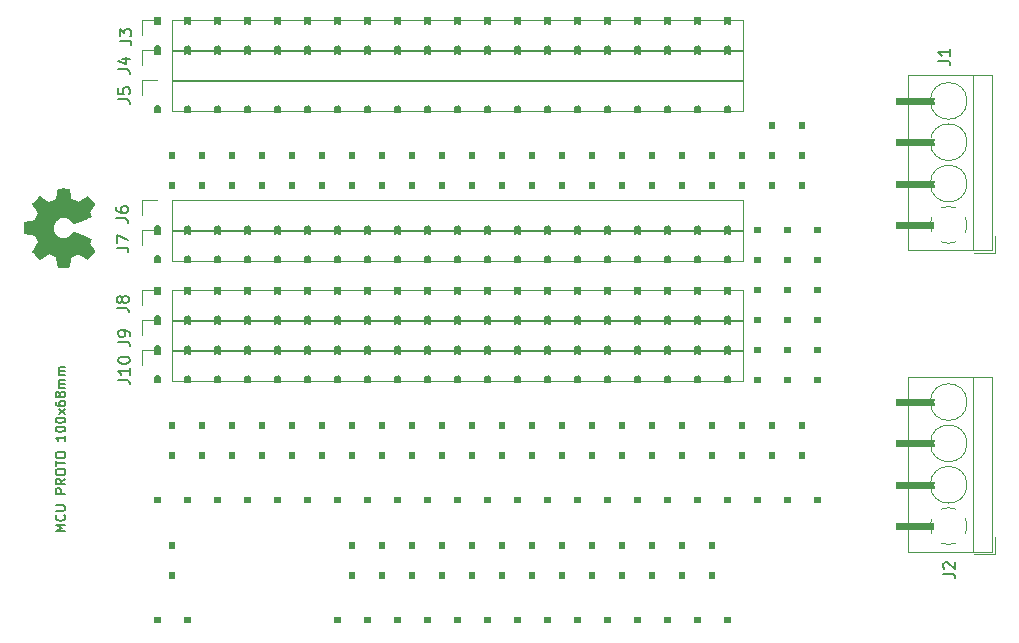
<source format=gbr>
G04 #@! TF.GenerationSoftware,KiCad,Pcbnew,5.1.5+dfsg1-2build2*
G04 #@! TF.CreationDate,2022-04-08T15:09:35-05:00*
G04 #@! TF.ProjectId,MCU_PROTO_100x68mm,4d43555f-5052-44f5-944f-5f3130307836,rev?*
G04 #@! TF.SameCoordinates,Original*
G04 #@! TF.FileFunction,Legend,Top*
G04 #@! TF.FilePolarity,Positive*
%FSLAX46Y46*%
G04 Gerber Fmt 4.6, Leading zero omitted, Abs format (unit mm)*
G04 Created by KiCad (PCBNEW 5.1.5+dfsg1-2build2) date 2022-04-08 15:09:35*
%MOMM*%
%LPD*%
G04 APERTURE LIST*
%ADD10C,0.600000*%
%ADD11C,0.150000*%
%ADD12C,0.120000*%
%ADD13C,0.010000*%
%ADD14C,3.102000*%
%ADD15C,2.102000*%
%ADD16O,1.802000X1.802000*%
%ADD17R,1.802000X1.802000*%
%ADD18C,2.502000*%
%ADD19R,2.502000X2.502000*%
%ADD20C,2.100980*%
G04 APERTURE END LIST*
D10*
X175165000Y-147000000D02*
X178665000Y-147000000D01*
X175165000Y-143500000D02*
X178665000Y-143500000D01*
X175165000Y-140000000D02*
X178665000Y-140000000D01*
X175165000Y-136500000D02*
X178665000Y-136500000D01*
X175165000Y-121500000D02*
X178665000Y-121500000D01*
X175165000Y-118000000D02*
X178665000Y-118000000D01*
X175165000Y-114500000D02*
X178665000Y-114500000D01*
X175165000Y-111000000D02*
X178665000Y-111000000D01*
X167360600Y-113070000D02*
X167860600Y-113070000D01*
X164820600Y-113070000D02*
X165320600Y-113070000D01*
X159740600Y-151170000D02*
X160240600Y-151170000D01*
X157200600Y-151170000D02*
X157700600Y-151170000D01*
X154660600Y-151170000D02*
X155160600Y-151170000D01*
X152120600Y-151170000D02*
X152620600Y-151170000D01*
X149580600Y-151170000D02*
X150080600Y-151170000D01*
X147040600Y-151170000D02*
X147540600Y-151170000D01*
X144500600Y-151170000D02*
X145000600Y-151170000D01*
X141960600Y-151170000D02*
X142460600Y-151170000D01*
X139420600Y-151170000D02*
X139920600Y-151170000D01*
X136880600Y-151170000D02*
X137380600Y-151170000D01*
X134340600Y-151170000D02*
X134840600Y-151170000D01*
X131800600Y-151170000D02*
X132300600Y-151170000D01*
X129260600Y-151170000D02*
X129760600Y-151170000D01*
X114020600Y-151170000D02*
X114520600Y-151170000D01*
X159740600Y-148630000D02*
X160240600Y-148630000D01*
X157200600Y-148630000D02*
X157700600Y-148630000D01*
X154660600Y-148630000D02*
X155160600Y-148630000D01*
X152120600Y-148630000D02*
X152620600Y-148630000D01*
X149580600Y-148630000D02*
X150080600Y-148630000D01*
X147040600Y-148630000D02*
X147540600Y-148630000D01*
X144500600Y-148630000D02*
X145000600Y-148630000D01*
X141960600Y-148630000D02*
X142460600Y-148630000D01*
X139420600Y-148630000D02*
X139920600Y-148630000D01*
X136880600Y-148630000D02*
X137380600Y-148630000D01*
X134340600Y-148630000D02*
X134840600Y-148630000D01*
X131800600Y-148630000D02*
X132300600Y-148630000D01*
X129260600Y-148630000D02*
X129760600Y-148630000D01*
X114020600Y-148630000D02*
X114520600Y-148630000D01*
X167360600Y-141010000D02*
X167860600Y-141010000D01*
X164820600Y-141010000D02*
X165320600Y-141010000D01*
X162280600Y-141010000D02*
X162780600Y-141010000D01*
X159740600Y-141010000D02*
X160240600Y-141010000D01*
X157200600Y-141010000D02*
X157700600Y-141010000D01*
X154660600Y-141010000D02*
X155160600Y-141010000D01*
X152120600Y-141010000D02*
X152620600Y-141010000D01*
X149580600Y-141010000D02*
X150080600Y-141010000D01*
X147040600Y-141010000D02*
X147540600Y-141010000D01*
X144500600Y-141010000D02*
X145000600Y-141010000D01*
X141960600Y-141010000D02*
X142460600Y-141010000D01*
X139420600Y-141010000D02*
X139920600Y-141010000D01*
X136880600Y-141010000D02*
X137380600Y-141010000D01*
X134340600Y-141010000D02*
X134840600Y-141010000D01*
X131800600Y-141010000D02*
X132300600Y-141010000D01*
X129260600Y-141010000D02*
X129760600Y-141010000D01*
X126720600Y-141010000D02*
X127220600Y-141010000D01*
X124180600Y-141010000D02*
X124680600Y-141010000D01*
X121640600Y-141010000D02*
X122140600Y-141010000D01*
X119100600Y-141010000D02*
X119600600Y-141010000D01*
X116560600Y-141010000D02*
X117060600Y-141010000D01*
X114020600Y-141010000D02*
X114520600Y-141010000D01*
X167360600Y-138470000D02*
X167860600Y-138470000D01*
X164820600Y-138470000D02*
X165320600Y-138470000D01*
X162280600Y-138470000D02*
X162780600Y-138470000D01*
X159740600Y-138470000D02*
X160240600Y-138470000D01*
X157200600Y-138470000D02*
X157700600Y-138470000D01*
X154660600Y-138470000D02*
X155160600Y-138470000D01*
X152120600Y-138470000D02*
X152620600Y-138470000D01*
X149580600Y-138470000D02*
X150080600Y-138470000D01*
X147040600Y-138470000D02*
X147540600Y-138470000D01*
X144500600Y-138470000D02*
X145000600Y-138470000D01*
X141960600Y-138470000D02*
X142460600Y-138470000D01*
X139420600Y-138470000D02*
X139920600Y-138470000D01*
X136880600Y-138470000D02*
X137380600Y-138470000D01*
X134340600Y-138470000D02*
X134840600Y-138470000D01*
X131800600Y-138470000D02*
X132300600Y-138470000D01*
X129260600Y-138470000D02*
X129760600Y-138470000D01*
X126720600Y-138470000D02*
X127220600Y-138470000D01*
X124180600Y-138470000D02*
X124680600Y-138470000D01*
X121640600Y-138470000D02*
X122140600Y-138470000D01*
X119100600Y-138470000D02*
X119600600Y-138470000D01*
X116560600Y-138470000D02*
X117060600Y-138470000D01*
X114020600Y-138470000D02*
X114520600Y-138470000D01*
X167360600Y-118150000D02*
X167860600Y-118150000D01*
X164820600Y-118150000D02*
X165320600Y-118150000D01*
X162280600Y-118150000D02*
X162780600Y-118150000D01*
X159740600Y-118150000D02*
X160240600Y-118150000D01*
X157200600Y-118150000D02*
X157700600Y-118150000D01*
X154660600Y-118150000D02*
X155160600Y-118150000D01*
X152120600Y-118150000D02*
X152620600Y-118150000D01*
X149580600Y-118150000D02*
X150080600Y-118150000D01*
X147040600Y-118150000D02*
X147540600Y-118150000D01*
X144500600Y-118150000D02*
X145000600Y-118150000D01*
X141960600Y-118150000D02*
X142460600Y-118150000D01*
X139420600Y-118150000D02*
X139920600Y-118150000D01*
X136880600Y-118150000D02*
X137380600Y-118150000D01*
X134340600Y-118150000D02*
X134840600Y-118150000D01*
X131800600Y-118150000D02*
X132300600Y-118150000D01*
X129260600Y-118150000D02*
X129760600Y-118150000D01*
X126720600Y-118150000D02*
X127220600Y-118150000D01*
X124180600Y-118150000D02*
X124680600Y-118150000D01*
X121640600Y-118150000D02*
X122140600Y-118150000D01*
X119100600Y-118150000D02*
X119600600Y-118150000D01*
X116560600Y-118150000D02*
X117060600Y-118150000D01*
X114020600Y-118150000D02*
X114520600Y-118150000D01*
X167360600Y-115610000D02*
X167860600Y-115610000D01*
X164820600Y-115610000D02*
X165320600Y-115610000D01*
X162280600Y-115610000D02*
X162780600Y-115610000D01*
X159740600Y-115610000D02*
X160240600Y-115610000D01*
X157200600Y-115610000D02*
X157700600Y-115610000D01*
X154660600Y-115610000D02*
X155160600Y-115610000D01*
X152120600Y-115610000D02*
X152620600Y-115610000D01*
X149580600Y-115610000D02*
X150080600Y-115610000D01*
X147040600Y-115610000D02*
X147540600Y-115610000D01*
X144500600Y-115610000D02*
X145000600Y-115610000D01*
X141960600Y-115610000D02*
X142460600Y-115610000D01*
X139420600Y-115610000D02*
X139920600Y-115610000D01*
X136880600Y-115610000D02*
X137380600Y-115610000D01*
X134340600Y-115610000D02*
X134840600Y-115610000D01*
X131800600Y-115610000D02*
X132300600Y-115610000D01*
X129260600Y-115610000D02*
X129760600Y-115610000D01*
X126720600Y-115610000D02*
X127220600Y-115610000D01*
X124180600Y-115610000D02*
X124680600Y-115610000D01*
X121640600Y-115610000D02*
X122140600Y-115610000D01*
X119100600Y-115610000D02*
X119600600Y-115610000D01*
X116560600Y-115610000D02*
X117060600Y-115610000D01*
X114020600Y-115610000D02*
X114520600Y-115610000D01*
X161264600Y-154800000D02*
X161264600Y-155300000D01*
X158724600Y-154800000D02*
X158724600Y-155300000D01*
X156184600Y-154800000D02*
X156184600Y-155300000D01*
X153644600Y-154800000D02*
X153644600Y-155300000D01*
X151104600Y-154800000D02*
X151104600Y-155300000D01*
X148564600Y-154800000D02*
X148564600Y-155300000D01*
X146024600Y-154800000D02*
X146024600Y-155300000D01*
X143484600Y-154800000D02*
X143484600Y-155300000D01*
X140944600Y-154800000D02*
X140944600Y-155300000D01*
X138404600Y-154800000D02*
X138404600Y-155300000D01*
X135864600Y-154800000D02*
X135864600Y-155300000D01*
X133324600Y-154800000D02*
X133324600Y-155300000D01*
X130784600Y-154800000D02*
X130784600Y-155300000D01*
X128244600Y-154800000D02*
X128244600Y-155300000D01*
X115544600Y-154800000D02*
X115544600Y-155300000D01*
X113004600Y-154800000D02*
X113004600Y-155300000D01*
X168884600Y-144640000D02*
X168884600Y-145140000D01*
X166344600Y-144640000D02*
X166344600Y-145140000D01*
X163804600Y-144640000D02*
X163804600Y-145140000D01*
X161264600Y-144640000D02*
X161264600Y-145140000D01*
X158724600Y-144640000D02*
X158724600Y-145140000D01*
X156184600Y-144640000D02*
X156184600Y-145140000D01*
X153644600Y-144640000D02*
X153644600Y-145140000D01*
X151104600Y-144640000D02*
X151104600Y-145140000D01*
X148564600Y-144640000D02*
X148564600Y-145140000D01*
X146024600Y-144640000D02*
X146024600Y-145140000D01*
X143484600Y-144640000D02*
X143484600Y-145140000D01*
X140944600Y-144640000D02*
X140944600Y-145140000D01*
X138404600Y-144640000D02*
X138404600Y-145140000D01*
X135864600Y-144640000D02*
X135864600Y-145140000D01*
X133324600Y-144640000D02*
X133324600Y-145140000D01*
X130784600Y-144640000D02*
X130784600Y-145140000D01*
X128244600Y-144640000D02*
X128244600Y-145140000D01*
X125704600Y-144640000D02*
X125704600Y-145140000D01*
X123164600Y-144640000D02*
X123164600Y-145140000D01*
X120624600Y-144640000D02*
X120624600Y-145140000D01*
X118084600Y-144640000D02*
X118084600Y-145140000D01*
X115544600Y-144640000D02*
X115544600Y-145140000D01*
X113004600Y-144640000D02*
X113004600Y-145140000D01*
X168884600Y-134480000D02*
X168884600Y-134980000D01*
X166344600Y-134480000D02*
X166344600Y-134980000D01*
X163804600Y-134480000D02*
X163804600Y-134980000D01*
X161264600Y-134480000D02*
X161264600Y-134980000D01*
X158724600Y-134480000D02*
X158724600Y-134980000D01*
X156184600Y-134480000D02*
X156184600Y-134980000D01*
X153644600Y-134480000D02*
X153644600Y-134980000D01*
X151104600Y-134480000D02*
X151104600Y-134980000D01*
X148564600Y-134480000D02*
X148564600Y-134980000D01*
X146024600Y-134480000D02*
X146024600Y-134980000D01*
X143484600Y-134480000D02*
X143484600Y-134980000D01*
X140944600Y-134480000D02*
X140944600Y-134980000D01*
X138404600Y-134480000D02*
X138404600Y-134980000D01*
X135864600Y-134480000D02*
X135864600Y-134980000D01*
X133324600Y-134480000D02*
X133324600Y-134980000D01*
X130784600Y-134480000D02*
X130784600Y-134980000D01*
X128244600Y-134480000D02*
X128244600Y-134980000D01*
X125704600Y-134480000D02*
X125704600Y-134980000D01*
X123164600Y-134480000D02*
X123164600Y-134980000D01*
X120624600Y-134480000D02*
X120624600Y-134980000D01*
X118084600Y-134480000D02*
X118084600Y-134980000D01*
X115544600Y-134480000D02*
X115544600Y-134980000D01*
X113004600Y-134480000D02*
X113004600Y-134980000D01*
X168884600Y-131940000D02*
X168884600Y-132440000D01*
X166344600Y-131940000D02*
X166344600Y-132440000D01*
X163804600Y-131940000D02*
X163804600Y-132440000D01*
X161264600Y-131940000D02*
X161264600Y-132440000D01*
X158724600Y-131940000D02*
X158724600Y-132440000D01*
X156184600Y-131940000D02*
X156184600Y-132440000D01*
X153644600Y-131940000D02*
X153644600Y-132440000D01*
X151104600Y-131940000D02*
X151104600Y-132440000D01*
X148564600Y-131940000D02*
X148564600Y-132440000D01*
X146024600Y-131940000D02*
X146024600Y-132440000D01*
X143484600Y-131940000D02*
X143484600Y-132440000D01*
X140944600Y-131940000D02*
X140944600Y-132440000D01*
X138404600Y-131940000D02*
X138404600Y-132440000D01*
X135864600Y-131940000D02*
X135864600Y-132440000D01*
X133324600Y-131940000D02*
X133324600Y-132440000D01*
X130784600Y-131940000D02*
X130784600Y-132440000D01*
X128244600Y-131940000D02*
X128244600Y-132440000D01*
X125704600Y-131940000D02*
X125704600Y-132440000D01*
X123164600Y-131940000D02*
X123164600Y-132440000D01*
X120624600Y-131940000D02*
X120624600Y-132440000D01*
X118084600Y-131940000D02*
X118084600Y-132440000D01*
X115544600Y-131940000D02*
X115544600Y-132440000D01*
X113004600Y-131940000D02*
X113004600Y-132440000D01*
X168884600Y-129400000D02*
X168884600Y-129900000D01*
X166344600Y-129400000D02*
X166344600Y-129900000D01*
X163804600Y-129400000D02*
X163804600Y-129900000D01*
X161264600Y-129400000D02*
X161264600Y-129900000D01*
X158724600Y-129400000D02*
X158724600Y-129900000D01*
X156184600Y-129400000D02*
X156184600Y-129900000D01*
X153644600Y-129400000D02*
X153644600Y-129900000D01*
X151104600Y-129400000D02*
X151104600Y-129900000D01*
X148564600Y-129400000D02*
X148564600Y-129900000D01*
X146024600Y-129400000D02*
X146024600Y-129900000D01*
X143484600Y-129400000D02*
X143484600Y-129900000D01*
X140944600Y-129400000D02*
X140944600Y-129900000D01*
X138404600Y-129400000D02*
X138404600Y-129900000D01*
X135864600Y-129400000D02*
X135864600Y-129900000D01*
X133324600Y-129400000D02*
X133324600Y-129900000D01*
X130784600Y-129400000D02*
X130784600Y-129900000D01*
X128244600Y-129400000D02*
X128244600Y-129900000D01*
X125704600Y-129400000D02*
X125704600Y-129900000D01*
X123164600Y-129400000D02*
X123164600Y-129900000D01*
X120624600Y-129400000D02*
X120624600Y-129900000D01*
X118084600Y-129400000D02*
X118084600Y-129900000D01*
X115544600Y-129400000D02*
X115544600Y-129900000D01*
X113004600Y-129400000D02*
X113004600Y-129900000D01*
X168884600Y-126860000D02*
X168884600Y-127360000D01*
X166344600Y-126860000D02*
X166344600Y-127360000D01*
X163804600Y-126860000D02*
X163804600Y-127360000D01*
X161264600Y-126860000D02*
X161264600Y-127360000D01*
X158724600Y-126860000D02*
X158724600Y-127360000D01*
X156184600Y-126860000D02*
X156184600Y-127360000D01*
X153644600Y-126860000D02*
X153644600Y-127360000D01*
X151104600Y-126860000D02*
X151104600Y-127360000D01*
X148564600Y-126860000D02*
X148564600Y-127360000D01*
X146024600Y-126860000D02*
X146024600Y-127360000D01*
X143484600Y-126860000D02*
X143484600Y-127360000D01*
X140944600Y-126860000D02*
X140944600Y-127360000D01*
X138404600Y-126860000D02*
X138404600Y-127360000D01*
X135864600Y-126860000D02*
X135864600Y-127360000D01*
X133324600Y-126860000D02*
X133324600Y-127360000D01*
X130784600Y-126860000D02*
X130784600Y-127360000D01*
X128244600Y-126860000D02*
X128244600Y-127360000D01*
X125704600Y-126860000D02*
X125704600Y-127360000D01*
X123164600Y-126860000D02*
X123164600Y-127360000D01*
X120624600Y-126860000D02*
X120624600Y-127360000D01*
X118084600Y-126860000D02*
X118084600Y-127360000D01*
X115544600Y-126860000D02*
X115544600Y-127360000D01*
X113004600Y-126860000D02*
X113004600Y-127360000D01*
X168884600Y-124320000D02*
X168884600Y-124820000D01*
X166344600Y-124320000D02*
X166344600Y-124820000D01*
X163804600Y-124320000D02*
X163804600Y-124820000D01*
X161264600Y-124320000D02*
X161264600Y-124820000D01*
X158724600Y-124320000D02*
X158724600Y-124820000D01*
X156184600Y-124320000D02*
X156184600Y-124820000D01*
X153644600Y-124320000D02*
X153644600Y-124820000D01*
X151104600Y-124320000D02*
X151104600Y-124820000D01*
X148564600Y-124320000D02*
X148564600Y-124820000D01*
X146024600Y-124320000D02*
X146024600Y-124820000D01*
X143484600Y-124320000D02*
X143484600Y-124820000D01*
X140944600Y-124320000D02*
X140944600Y-124820000D01*
X138404600Y-124320000D02*
X138404600Y-124820000D01*
X135864600Y-124320000D02*
X135864600Y-124820000D01*
X133324600Y-124320000D02*
X133324600Y-124820000D01*
X130784600Y-124320000D02*
X130784600Y-124820000D01*
X128244600Y-124320000D02*
X128244600Y-124820000D01*
X125704600Y-124320000D02*
X125704600Y-124820000D01*
X123164600Y-124320000D02*
X123164600Y-124820000D01*
X120624600Y-124320000D02*
X120624600Y-124820000D01*
X118084600Y-124320000D02*
X118084600Y-124820000D01*
X115544600Y-124320000D02*
X115544600Y-124820000D01*
X113004600Y-124320000D02*
X113004600Y-124820000D01*
X168884600Y-121780000D02*
X168884600Y-122280000D01*
X166344600Y-121780000D02*
X166344600Y-122280000D01*
X163804600Y-121780000D02*
X163804600Y-122280000D01*
X161264600Y-121780000D02*
X161264600Y-122280000D01*
X158724600Y-121780000D02*
X158724600Y-122280000D01*
X156184600Y-121780000D02*
X156184600Y-122280000D01*
X153644600Y-121780000D02*
X153644600Y-122280000D01*
X151104600Y-121780000D02*
X151104600Y-122280000D01*
X148564600Y-121780000D02*
X148564600Y-122280000D01*
X146024600Y-121780000D02*
X146024600Y-122280000D01*
X143484600Y-121780000D02*
X143484600Y-122280000D01*
X140944600Y-121780000D02*
X140944600Y-122280000D01*
X138404600Y-121780000D02*
X138404600Y-122280000D01*
X135864600Y-121780000D02*
X135864600Y-122280000D01*
X133324600Y-121780000D02*
X133324600Y-122280000D01*
X130784600Y-121780000D02*
X130784600Y-122280000D01*
X128244600Y-121780000D02*
X128244600Y-122280000D01*
X125704600Y-121780000D02*
X125704600Y-122280000D01*
X123164600Y-121780000D02*
X123164600Y-122280000D01*
X120624600Y-121780000D02*
X120624600Y-122280000D01*
X118084600Y-121780000D02*
X118084600Y-122280000D01*
X115544600Y-121780000D02*
X115544600Y-122280000D01*
X113004600Y-121780000D02*
X113004600Y-122280000D01*
X161264600Y-111620000D02*
X161264600Y-112120000D01*
X158724600Y-111620000D02*
X158724600Y-112120000D01*
X156184600Y-111620000D02*
X156184600Y-112120000D01*
X153644600Y-111620000D02*
X153644600Y-112120000D01*
X151104600Y-111620000D02*
X151104600Y-112120000D01*
X148564600Y-111620000D02*
X148564600Y-112120000D01*
X146024600Y-111620000D02*
X146024600Y-112120000D01*
X143484600Y-111620000D02*
X143484600Y-112120000D01*
X140944600Y-111620000D02*
X140944600Y-112120000D01*
X138404600Y-111620000D02*
X138404600Y-112120000D01*
X135864600Y-111620000D02*
X135864600Y-112120000D01*
X133324600Y-111620000D02*
X133324600Y-112120000D01*
X130784600Y-111620000D02*
X130784600Y-112120000D01*
X128244600Y-111620000D02*
X128244600Y-112120000D01*
X125704600Y-111620000D02*
X125704600Y-112120000D01*
X123164600Y-111620000D02*
X123164600Y-112120000D01*
X120624600Y-111620000D02*
X120624600Y-112120000D01*
X118084600Y-111620000D02*
X118084600Y-112120000D01*
X115544600Y-111620000D02*
X115544600Y-112120000D01*
X113004600Y-111620000D02*
X113004600Y-112120000D01*
X161264600Y-106540000D02*
X161264600Y-107040000D01*
X158724600Y-106540000D02*
X158724600Y-107040000D01*
X156184600Y-106540000D02*
X156184600Y-107040000D01*
X153644600Y-106540000D02*
X153644600Y-107040000D01*
X151104600Y-106540000D02*
X151104600Y-107040000D01*
X148564600Y-106540000D02*
X148564600Y-107040000D01*
X146024600Y-106540000D02*
X146024600Y-107040000D01*
X143484600Y-106540000D02*
X143484600Y-107040000D01*
X140944600Y-106540000D02*
X140944600Y-107040000D01*
X138404600Y-106540000D02*
X138404600Y-107040000D01*
X135864600Y-106540000D02*
X135864600Y-107040000D01*
X133324600Y-106540000D02*
X133324600Y-107040000D01*
X130784600Y-106540000D02*
X130784600Y-107040000D01*
X128244600Y-106540000D02*
X128244600Y-107040000D01*
X125704600Y-106540000D02*
X125704600Y-107040000D01*
X123164600Y-106540000D02*
X123164600Y-107040000D01*
X120624600Y-106540000D02*
X120624600Y-107040000D01*
X118084600Y-106540000D02*
X118084600Y-107040000D01*
X115544600Y-106540000D02*
X115544600Y-107040000D01*
X113004600Y-106540000D02*
X113004600Y-107040000D01*
X161264600Y-104000000D02*
X161264600Y-104500000D01*
X158724600Y-104000000D02*
X158724600Y-104500000D01*
X156184600Y-104000000D02*
X156184600Y-104500000D01*
X153644600Y-104000000D02*
X153644600Y-104500000D01*
X151104600Y-104000000D02*
X151104600Y-104500000D01*
X148564600Y-104000000D02*
X148564600Y-104500000D01*
X146024600Y-104000000D02*
X146024600Y-104500000D01*
X143484600Y-104000000D02*
X143484600Y-104500000D01*
X140944600Y-104000000D02*
X140944600Y-104500000D01*
X138404600Y-104000000D02*
X138404600Y-104500000D01*
X135864600Y-104000000D02*
X135864600Y-104500000D01*
X133324600Y-104000000D02*
X133324600Y-104500000D01*
X130784600Y-104000000D02*
X130784600Y-104500000D01*
X128244600Y-104000000D02*
X128244600Y-104500000D01*
X125704600Y-104000000D02*
X125704600Y-104500000D01*
X123164600Y-104000000D02*
X123164600Y-104500000D01*
X120624600Y-104000000D02*
X120624600Y-104500000D01*
X118084600Y-104000000D02*
X118084600Y-104500000D01*
X115544600Y-104000000D02*
X115544600Y-104500000D01*
X113004600Y-104000000D02*
X113004600Y-104500000D01*
D11*
X105185804Y-147408033D02*
X104385804Y-147408033D01*
X104957233Y-147141366D01*
X104385804Y-146874700D01*
X105185804Y-146874700D01*
X105109614Y-146036604D02*
X105147709Y-146074700D01*
X105185804Y-146188985D01*
X105185804Y-146265176D01*
X105147709Y-146379461D01*
X105071519Y-146455652D01*
X104995328Y-146493747D01*
X104842947Y-146531842D01*
X104728661Y-146531842D01*
X104576280Y-146493747D01*
X104500090Y-146455652D01*
X104423900Y-146379461D01*
X104385804Y-146265176D01*
X104385804Y-146188985D01*
X104423900Y-146074700D01*
X104461995Y-146036604D01*
X104385804Y-145693747D02*
X105033423Y-145693747D01*
X105109614Y-145655652D01*
X105147709Y-145617557D01*
X105185804Y-145541366D01*
X105185804Y-145388985D01*
X105147709Y-145312795D01*
X105109614Y-145274700D01*
X105033423Y-145236604D01*
X104385804Y-145236604D01*
X105185804Y-144246128D02*
X104385804Y-144246128D01*
X104385804Y-143941366D01*
X104423900Y-143865176D01*
X104461995Y-143827080D01*
X104538185Y-143788985D01*
X104652471Y-143788985D01*
X104728661Y-143827080D01*
X104766757Y-143865176D01*
X104804852Y-143941366D01*
X104804852Y-144246128D01*
X105185804Y-142988985D02*
X104804852Y-143255652D01*
X105185804Y-143446128D02*
X104385804Y-143446128D01*
X104385804Y-143141366D01*
X104423900Y-143065176D01*
X104461995Y-143027080D01*
X104538185Y-142988985D01*
X104652471Y-142988985D01*
X104728661Y-143027080D01*
X104766757Y-143065176D01*
X104804852Y-143141366D01*
X104804852Y-143446128D01*
X104385804Y-142493747D02*
X104385804Y-142341366D01*
X104423900Y-142265176D01*
X104500090Y-142188985D01*
X104652471Y-142150890D01*
X104919138Y-142150890D01*
X105071519Y-142188985D01*
X105147709Y-142265176D01*
X105185804Y-142341366D01*
X105185804Y-142493747D01*
X105147709Y-142569938D01*
X105071519Y-142646128D01*
X104919138Y-142684223D01*
X104652471Y-142684223D01*
X104500090Y-142646128D01*
X104423900Y-142569938D01*
X104385804Y-142493747D01*
X104385804Y-141922319D02*
X104385804Y-141465176D01*
X105185804Y-141693747D02*
X104385804Y-141693747D01*
X104385804Y-141046128D02*
X104385804Y-140893747D01*
X104423900Y-140817557D01*
X104500090Y-140741366D01*
X104652471Y-140703271D01*
X104919138Y-140703271D01*
X105071519Y-140741366D01*
X105147709Y-140817557D01*
X105185804Y-140893747D01*
X105185804Y-141046128D01*
X105147709Y-141122319D01*
X105071519Y-141198509D01*
X104919138Y-141236604D01*
X104652471Y-141236604D01*
X104500090Y-141198509D01*
X104423900Y-141122319D01*
X104385804Y-141046128D01*
X105185804Y-139331842D02*
X105185804Y-139788985D01*
X105185804Y-139560414D02*
X104385804Y-139560414D01*
X104500090Y-139636604D01*
X104576280Y-139712795D01*
X104614376Y-139788985D01*
X104385804Y-138836604D02*
X104385804Y-138760414D01*
X104423900Y-138684223D01*
X104461995Y-138646128D01*
X104538185Y-138608033D01*
X104690566Y-138569938D01*
X104881042Y-138569938D01*
X105033423Y-138608033D01*
X105109614Y-138646128D01*
X105147709Y-138684223D01*
X105185804Y-138760414D01*
X105185804Y-138836604D01*
X105147709Y-138912795D01*
X105109614Y-138950890D01*
X105033423Y-138988985D01*
X104881042Y-139027080D01*
X104690566Y-139027080D01*
X104538185Y-138988985D01*
X104461995Y-138950890D01*
X104423900Y-138912795D01*
X104385804Y-138836604D01*
X104385804Y-138074700D02*
X104385804Y-137998509D01*
X104423900Y-137922319D01*
X104461995Y-137884223D01*
X104538185Y-137846128D01*
X104690566Y-137808033D01*
X104881042Y-137808033D01*
X105033423Y-137846128D01*
X105109614Y-137884223D01*
X105147709Y-137922319D01*
X105185804Y-137998509D01*
X105185804Y-138074700D01*
X105147709Y-138150890D01*
X105109614Y-138188985D01*
X105033423Y-138227080D01*
X104881042Y-138265176D01*
X104690566Y-138265176D01*
X104538185Y-138227080D01*
X104461995Y-138188985D01*
X104423900Y-138150890D01*
X104385804Y-138074700D01*
X105185804Y-137541366D02*
X104652471Y-137122319D01*
X104652471Y-137541366D02*
X105185804Y-137122319D01*
X104385804Y-136474700D02*
X104385804Y-136627080D01*
X104423900Y-136703271D01*
X104461995Y-136741366D01*
X104576280Y-136817557D01*
X104728661Y-136855652D01*
X105033423Y-136855652D01*
X105109614Y-136817557D01*
X105147709Y-136779461D01*
X105185804Y-136703271D01*
X105185804Y-136550890D01*
X105147709Y-136474700D01*
X105109614Y-136436604D01*
X105033423Y-136398509D01*
X104842947Y-136398509D01*
X104766757Y-136436604D01*
X104728661Y-136474700D01*
X104690566Y-136550890D01*
X104690566Y-136703271D01*
X104728661Y-136779461D01*
X104766757Y-136817557D01*
X104842947Y-136855652D01*
X104728661Y-135941366D02*
X104690566Y-136017557D01*
X104652471Y-136055652D01*
X104576280Y-136093747D01*
X104538185Y-136093747D01*
X104461995Y-136055652D01*
X104423900Y-136017557D01*
X104385804Y-135941366D01*
X104385804Y-135788985D01*
X104423900Y-135712795D01*
X104461995Y-135674700D01*
X104538185Y-135636604D01*
X104576280Y-135636604D01*
X104652471Y-135674700D01*
X104690566Y-135712795D01*
X104728661Y-135788985D01*
X104728661Y-135941366D01*
X104766757Y-136017557D01*
X104804852Y-136055652D01*
X104881042Y-136093747D01*
X105033423Y-136093747D01*
X105109614Y-136055652D01*
X105147709Y-136017557D01*
X105185804Y-135941366D01*
X105185804Y-135788985D01*
X105147709Y-135712795D01*
X105109614Y-135674700D01*
X105033423Y-135636604D01*
X104881042Y-135636604D01*
X104804852Y-135674700D01*
X104766757Y-135712795D01*
X104728661Y-135788985D01*
X105185804Y-135293747D02*
X104652471Y-135293747D01*
X104728661Y-135293747D02*
X104690566Y-135255652D01*
X104652471Y-135179461D01*
X104652471Y-135065176D01*
X104690566Y-134988985D01*
X104766757Y-134950890D01*
X105185804Y-134950890D01*
X104766757Y-134950890D02*
X104690566Y-134912795D01*
X104652471Y-134836604D01*
X104652471Y-134722319D01*
X104690566Y-134646128D01*
X104766757Y-134608033D01*
X105185804Y-134608033D01*
X105185804Y-134227080D02*
X104652471Y-134227080D01*
X104728661Y-134227080D02*
X104690566Y-134188985D01*
X104652471Y-134112795D01*
X104652471Y-133998509D01*
X104690566Y-133922319D01*
X104766757Y-133884223D01*
X105185804Y-133884223D01*
X104766757Y-133884223D02*
X104690566Y-133846128D01*
X104652471Y-133769938D01*
X104652471Y-133655652D01*
X104690566Y-133579461D01*
X104766757Y-133541366D01*
X105185804Y-133541366D01*
D12*
X111670000Y-110530000D02*
X111670000Y-109200000D01*
X111670000Y-109200000D02*
X113000000Y-109200000D01*
X114270000Y-109200000D02*
X162590000Y-109200000D01*
X162590000Y-111860000D02*
X162590000Y-109200000D01*
X114270000Y-111860000D02*
X162590000Y-111860000D01*
X114270000Y-111860000D02*
X114270000Y-109200000D01*
X111670000Y-107990000D02*
X111670000Y-106660000D01*
X111670000Y-106660000D02*
X113000000Y-106660000D01*
X114270000Y-106660000D02*
X162590000Y-106660000D01*
X162590000Y-109320000D02*
X162590000Y-106660000D01*
X114270000Y-109320000D02*
X162590000Y-109320000D01*
X114270000Y-109320000D02*
X114270000Y-106660000D01*
X183900000Y-149400000D02*
X183900000Y-147900000D01*
X182160000Y-149400000D02*
X183900000Y-149400000D01*
X176540000Y-134340000D02*
X183660000Y-134340000D01*
X176540000Y-149160000D02*
X183660000Y-149160000D01*
X183660000Y-149160000D02*
X183660000Y-134340000D01*
X176540000Y-149160000D02*
X176540000Y-134340000D01*
X182100000Y-149160000D02*
X182100000Y-134340000D01*
X181555000Y-136500000D02*
G75*
G03X181555000Y-136500000I-1555000J0D01*
G01*
X181555000Y-140000000D02*
G75*
G03X181555000Y-140000000I-1555000J0D01*
G01*
X181555000Y-143500000D02*
G75*
G03X181555000Y-143500000I-1555000J0D01*
G01*
X181555492Y-146972989D02*
G75*
G02X181432000Y-147608000I-1555492J-27011D01*
G01*
X180607742Y-148432109D02*
G75*
G02X179392000Y-148432000I-607742J1432109D01*
G01*
X178567891Y-147607742D02*
G75*
G02X178568000Y-146392000I1432109J607742D01*
G01*
X179392258Y-145567891D02*
G75*
G02X180608000Y-145568000I607742J-1432109D01*
G01*
X181431385Y-146392413D02*
G75*
G02X181555000Y-147000000I-1431385J-607587D01*
G01*
X183900000Y-123900000D02*
X183900000Y-122400000D01*
X182160000Y-123900000D02*
X183900000Y-123900000D01*
X176540000Y-108840000D02*
X183660000Y-108840000D01*
X176540000Y-123660000D02*
X183660000Y-123660000D01*
X183660000Y-123660000D02*
X183660000Y-108840000D01*
X176540000Y-123660000D02*
X176540000Y-108840000D01*
X182100000Y-123660000D02*
X182100000Y-108840000D01*
X181555000Y-111000000D02*
G75*
G03X181555000Y-111000000I-1555000J0D01*
G01*
X181555000Y-114500000D02*
G75*
G03X181555000Y-114500000I-1555000J0D01*
G01*
X181555000Y-118000000D02*
G75*
G03X181555000Y-118000000I-1555000J0D01*
G01*
X181555492Y-121472989D02*
G75*
G02X181432000Y-122108000I-1555492J-27011D01*
G01*
X180607742Y-122932109D02*
G75*
G02X179392000Y-122932000I-607742J1432109D01*
G01*
X178567891Y-122107742D02*
G75*
G02X178568000Y-120892000I1432109J607742D01*
G01*
X179392258Y-120067891D02*
G75*
G02X180608000Y-120068000I607742J-1432109D01*
G01*
X181431385Y-120892413D02*
G75*
G02X181555000Y-121500000I-1431385J-607587D01*
G01*
X111670000Y-133390000D02*
X111670000Y-132060000D01*
X111670000Y-132060000D02*
X113000000Y-132060000D01*
X114270000Y-132060000D02*
X162590000Y-132060000D01*
X162590000Y-134720000D02*
X162590000Y-132060000D01*
X114270000Y-134720000D02*
X162590000Y-134720000D01*
X114270000Y-134720000D02*
X114270000Y-132060000D01*
X111670000Y-130850000D02*
X111670000Y-129520000D01*
X111670000Y-129520000D02*
X113000000Y-129520000D01*
X114270000Y-129520000D02*
X162590000Y-129520000D01*
X162590000Y-132180000D02*
X162590000Y-129520000D01*
X114270000Y-132180000D02*
X162590000Y-132180000D01*
X114270000Y-132180000D02*
X114270000Y-129520000D01*
X111670000Y-128310000D02*
X111670000Y-126980000D01*
X111670000Y-126980000D02*
X113000000Y-126980000D01*
X114270000Y-126980000D02*
X162590000Y-126980000D01*
X162590000Y-129640000D02*
X162590000Y-126980000D01*
X114270000Y-129640000D02*
X162590000Y-129640000D01*
X114270000Y-129640000D02*
X114270000Y-126980000D01*
X111670000Y-120690000D02*
X111670000Y-119360000D01*
X111670000Y-119360000D02*
X113000000Y-119360000D01*
X114270000Y-119360000D02*
X162590000Y-119360000D01*
X162590000Y-122020000D02*
X162590000Y-119360000D01*
X114270000Y-122020000D02*
X162590000Y-122020000D01*
X114270000Y-122020000D02*
X114270000Y-119360000D01*
X111670000Y-105450000D02*
X111670000Y-104120000D01*
X111670000Y-104120000D02*
X113000000Y-104120000D01*
X114270000Y-104120000D02*
X162590000Y-104120000D01*
X162590000Y-106780000D02*
X162590000Y-104120000D01*
X114270000Y-106780000D02*
X162590000Y-106780000D01*
X114270000Y-106780000D02*
X114270000Y-104120000D01*
X111670000Y-123230000D02*
X111670000Y-121900000D01*
X111670000Y-121900000D02*
X113000000Y-121900000D01*
X114270000Y-121900000D02*
X162590000Y-121900000D01*
X162590000Y-124560000D02*
X162590000Y-121900000D01*
X114270000Y-124560000D02*
X162590000Y-124560000D01*
X114270000Y-124560000D02*
X114270000Y-121900000D01*
D13*
G36*
X102188051Y-121181306D02*
G01*
X102632675Y-121097485D01*
X102760173Y-120788200D01*
X102887671Y-120478914D01*
X102635366Y-120107874D01*
X102565116Y-120003963D01*
X102502392Y-119910033D01*
X102450058Y-119830468D01*
X102410977Y-119769650D01*
X102388013Y-119731963D01*
X102383062Y-119721699D01*
X102395796Y-119703210D01*
X102431002Y-119663700D01*
X102484182Y-119607598D01*
X102550838Y-119539333D01*
X102626474Y-119463334D01*
X102706592Y-119384028D01*
X102786694Y-119305845D01*
X102862284Y-119233213D01*
X102928865Y-119170561D01*
X102981938Y-119122317D01*
X103017007Y-119092910D01*
X103028743Y-119085879D01*
X103050380Y-119095997D01*
X103097782Y-119124361D01*
X103166313Y-119167991D01*
X103251335Y-119223902D01*
X103348213Y-119289114D01*
X103403470Y-119326901D01*
X103504368Y-119395777D01*
X103595419Y-119456980D01*
X103672090Y-119507542D01*
X103729848Y-119544492D01*
X103764163Y-119564862D01*
X103771374Y-119567923D01*
X103791868Y-119560984D01*
X103839633Y-119542069D01*
X103907952Y-119514033D01*
X103990109Y-119479729D01*
X104079390Y-119442011D01*
X104169078Y-119403733D01*
X104252458Y-119367750D01*
X104322814Y-119336914D01*
X104373430Y-119314081D01*
X104397591Y-119302103D01*
X104398542Y-119301396D01*
X104403156Y-119282589D01*
X104413448Y-119232502D01*
X104428407Y-119156327D01*
X104447021Y-119059255D01*
X104468279Y-118946477D01*
X104480538Y-118880678D01*
X104503482Y-118760170D01*
X104525315Y-118651323D01*
X104544842Y-118559644D01*
X104560868Y-118490639D01*
X104572199Y-118449816D01*
X104575794Y-118441609D01*
X104600126Y-118433572D01*
X104655079Y-118427087D01*
X104734228Y-118422150D01*
X104831146Y-118418756D01*
X104939407Y-118416902D01*
X105052585Y-118416582D01*
X105164255Y-118417793D01*
X105267988Y-118420530D01*
X105357361Y-118424789D01*
X105425946Y-118430565D01*
X105467317Y-118437853D01*
X105475930Y-118442225D01*
X105486253Y-118468356D01*
X105501012Y-118523727D01*
X105518472Y-118601013D01*
X105536900Y-118692890D01*
X105542861Y-118724962D01*
X105571186Y-118879596D01*
X105593996Y-119001745D01*
X105612200Y-119095447D01*
X105626703Y-119164736D01*
X105638412Y-119213649D01*
X105648235Y-119246223D01*
X105657076Y-119266492D01*
X105665844Y-119278494D01*
X105667577Y-119280173D01*
X105695491Y-119296936D01*
X105749815Y-119322506D01*
X105823897Y-119354332D01*
X105911085Y-119389860D01*
X106004728Y-119426537D01*
X106098172Y-119461809D01*
X106184767Y-119493124D01*
X106257860Y-119517927D01*
X106310798Y-119533666D01*
X106336931Y-119537788D01*
X106337846Y-119537444D01*
X106359206Y-119523479D01*
X106406204Y-119491798D01*
X106473947Y-119445729D01*
X106557543Y-119388602D01*
X106652102Y-119323747D01*
X106678974Y-119305277D01*
X106776395Y-119239421D01*
X106865283Y-119181470D01*
X106940532Y-119134582D01*
X106997040Y-119101913D01*
X107029701Y-119086620D01*
X107033713Y-119085879D01*
X107054804Y-119098728D01*
X107096584Y-119134232D01*
X107154565Y-119187827D01*
X107224255Y-119254949D01*
X107301165Y-119331033D01*
X107380803Y-119411516D01*
X107458681Y-119491833D01*
X107530306Y-119567421D01*
X107591190Y-119633715D01*
X107636841Y-119686151D01*
X107662770Y-119720165D01*
X107667003Y-119729575D01*
X107657032Y-119751477D01*
X107630140Y-119796320D01*
X107590856Y-119856799D01*
X107559237Y-119903331D01*
X107501218Y-119987645D01*
X107432904Y-120087494D01*
X107364699Y-120187647D01*
X107328195Y-120241493D01*
X107204920Y-120423749D01*
X107287640Y-120576739D01*
X107323879Y-120646438D01*
X107352046Y-120705706D01*
X107368111Y-120745809D01*
X107370346Y-120756017D01*
X107353842Y-120768291D01*
X107307202Y-120792507D01*
X107234729Y-120826857D01*
X107140726Y-120869532D01*
X107029494Y-120918726D01*
X106905335Y-120972630D01*
X106772552Y-121029436D01*
X106635447Y-121087338D01*
X106498322Y-121144527D01*
X106365478Y-121199196D01*
X106241218Y-121249536D01*
X106129845Y-121293740D01*
X106035659Y-121330001D01*
X105962964Y-121356511D01*
X105916061Y-121371462D01*
X105899953Y-121373866D01*
X105879406Y-121354809D01*
X105846053Y-121313084D01*
X105806822Y-121257414D01*
X105803719Y-121252742D01*
X105688543Y-121108856D01*
X105554173Y-120992837D01*
X105404904Y-120905690D01*
X105245033Y-120848421D01*
X105078857Y-120822034D01*
X104910672Y-120827535D01*
X104744775Y-120865930D01*
X104585462Y-120938225D01*
X104550607Y-120959494D01*
X104409857Y-121070124D01*
X104296834Y-121200818D01*
X104212123Y-121347056D01*
X104156314Y-121504312D01*
X104129994Y-121668063D01*
X104133750Y-121833787D01*
X104168170Y-121996958D01*
X104233843Y-122153055D01*
X104331355Y-122297553D01*
X104370933Y-122342251D01*
X104494823Y-122456008D01*
X104625244Y-122538902D01*
X104771435Y-122595764D01*
X104916208Y-122627433D01*
X105078980Y-122635251D01*
X105242560Y-122609182D01*
X105401418Y-122551875D01*
X105550026Y-122465976D01*
X105682855Y-122354134D01*
X105794376Y-122218997D01*
X105806131Y-122201237D01*
X105844628Y-122144970D01*
X105877983Y-122102197D01*
X105899280Y-122081748D01*
X105899953Y-122081451D01*
X105922991Y-122085841D01*
X105975277Y-122103244D01*
X106052510Y-122131852D01*
X106150388Y-122169855D01*
X106264611Y-122215446D01*
X106390878Y-122266817D01*
X106524887Y-122322158D01*
X106662338Y-122379662D01*
X106798928Y-122437519D01*
X106930357Y-122493922D01*
X107052325Y-122547062D01*
X107160529Y-122595130D01*
X107250669Y-122636319D01*
X107318443Y-122668819D01*
X107359550Y-122690823D01*
X107370346Y-122699684D01*
X107361939Y-122726760D01*
X107339392Y-122777423D01*
X107306733Y-122842937D01*
X107287640Y-122878961D01*
X107204920Y-123031952D01*
X107328195Y-123214208D01*
X107391348Y-123307245D01*
X107460847Y-123409105D01*
X107526285Y-123504558D01*
X107559237Y-123552370D01*
X107604393Y-123619615D01*
X107640177Y-123676556D01*
X107662058Y-123715766D01*
X107666683Y-123728501D01*
X107654205Y-123747037D01*
X107619372Y-123788061D01*
X107565798Y-123847595D01*
X107497103Y-123921662D01*
X107416901Y-124006285D01*
X107365406Y-124059805D01*
X107273406Y-124153439D01*
X107191119Y-124234361D01*
X107122065Y-124299297D01*
X107069764Y-124344978D01*
X107037736Y-124368131D01*
X107031236Y-124370352D01*
X107006514Y-124360044D01*
X106956525Y-124331559D01*
X106886332Y-124288057D01*
X106800995Y-124232697D01*
X106705576Y-124168640D01*
X106678974Y-124150423D01*
X106582287Y-124084047D01*
X106495237Y-124024498D01*
X106422715Y-123975104D01*
X106369613Y-123939195D01*
X106340823Y-123920101D01*
X106337846Y-123918256D01*
X106314902Y-123921015D01*
X106264456Y-123935658D01*
X106193161Y-123959633D01*
X106107667Y-123990386D01*
X106014627Y-124025364D01*
X105920694Y-124062013D01*
X105832519Y-124097781D01*
X105756754Y-124130114D01*
X105700051Y-124156458D01*
X105669063Y-124174262D01*
X105667577Y-124175527D01*
X105658721Y-124186414D01*
X105649963Y-124204802D01*
X105640397Y-124234726D01*
X105629116Y-124280223D01*
X105615213Y-124345329D01*
X105597783Y-124434081D01*
X105575918Y-124550513D01*
X105548711Y-124698662D01*
X105542861Y-124730738D01*
X105524494Y-124825806D01*
X105506525Y-124908685D01*
X105490689Y-124972050D01*
X105478720Y-125008578D01*
X105475930Y-125013476D01*
X105451192Y-125021547D01*
X105395910Y-125028107D01*
X105316509Y-125033153D01*
X105219416Y-125036679D01*
X105111058Y-125038681D01*
X104997860Y-125039156D01*
X104886248Y-125038097D01*
X104782649Y-125035502D01*
X104693488Y-125031366D01*
X104625192Y-125025683D01*
X104584186Y-125018451D01*
X104575794Y-125014091D01*
X104567328Y-124989818D01*
X104553555Y-124934546D01*
X104535670Y-124853782D01*
X104514868Y-124753032D01*
X104492343Y-124637803D01*
X104480538Y-124575022D01*
X104458271Y-124455907D01*
X104438099Y-124349685D01*
X104421035Y-124261547D01*
X104408089Y-124196686D01*
X104400275Y-124160294D01*
X104398542Y-124154304D01*
X104379010Y-124144181D01*
X104331963Y-124122782D01*
X104264123Y-124092959D01*
X104182211Y-124057565D01*
X104092948Y-124019452D01*
X104003055Y-123981473D01*
X103919255Y-123946480D01*
X103848267Y-123917326D01*
X103796814Y-123896863D01*
X103771617Y-123887943D01*
X103770516Y-123887777D01*
X103750639Y-123897889D01*
X103704897Y-123926237D01*
X103637837Y-123969843D01*
X103554004Y-124025726D01*
X103457946Y-124090907D01*
X103402770Y-124128799D01*
X103301601Y-124197845D01*
X103209750Y-124259170D01*
X103131864Y-124309783D01*
X103072589Y-124346691D01*
X103036571Y-124366902D01*
X103028497Y-124369821D01*
X103009704Y-124357273D01*
X102969577Y-124322583D01*
X102912613Y-124270183D01*
X102843305Y-124204504D01*
X102766151Y-124129976D01*
X102685645Y-124051033D01*
X102606283Y-123972103D01*
X102532560Y-123897620D01*
X102468972Y-123832014D01*
X102420014Y-123779716D01*
X102390181Y-123745159D01*
X102383062Y-123733598D01*
X102393073Y-123714774D01*
X102421198Y-123669751D01*
X102464574Y-123602907D01*
X102520338Y-123518619D01*
X102585626Y-123421264D01*
X102635366Y-123347827D01*
X102887671Y-122976787D01*
X102632675Y-122358215D01*
X102188051Y-122274395D01*
X101743427Y-122190574D01*
X101743427Y-121265126D01*
X102188051Y-121181306D01*
G37*
X102188051Y-121181306D02*
X102632675Y-121097485D01*
X102760173Y-120788200D01*
X102887671Y-120478914D01*
X102635366Y-120107874D01*
X102565116Y-120003963D01*
X102502392Y-119910033D01*
X102450058Y-119830468D01*
X102410977Y-119769650D01*
X102388013Y-119731963D01*
X102383062Y-119721699D01*
X102395796Y-119703210D01*
X102431002Y-119663700D01*
X102484182Y-119607598D01*
X102550838Y-119539333D01*
X102626474Y-119463334D01*
X102706592Y-119384028D01*
X102786694Y-119305845D01*
X102862284Y-119233213D01*
X102928865Y-119170561D01*
X102981938Y-119122317D01*
X103017007Y-119092910D01*
X103028743Y-119085879D01*
X103050380Y-119095997D01*
X103097782Y-119124361D01*
X103166313Y-119167991D01*
X103251335Y-119223902D01*
X103348213Y-119289114D01*
X103403470Y-119326901D01*
X103504368Y-119395777D01*
X103595419Y-119456980D01*
X103672090Y-119507542D01*
X103729848Y-119544492D01*
X103764163Y-119564862D01*
X103771374Y-119567923D01*
X103791868Y-119560984D01*
X103839633Y-119542069D01*
X103907952Y-119514033D01*
X103990109Y-119479729D01*
X104079390Y-119442011D01*
X104169078Y-119403733D01*
X104252458Y-119367750D01*
X104322814Y-119336914D01*
X104373430Y-119314081D01*
X104397591Y-119302103D01*
X104398542Y-119301396D01*
X104403156Y-119282589D01*
X104413448Y-119232502D01*
X104428407Y-119156327D01*
X104447021Y-119059255D01*
X104468279Y-118946477D01*
X104480538Y-118880678D01*
X104503482Y-118760170D01*
X104525315Y-118651323D01*
X104544842Y-118559644D01*
X104560868Y-118490639D01*
X104572199Y-118449816D01*
X104575794Y-118441609D01*
X104600126Y-118433572D01*
X104655079Y-118427087D01*
X104734228Y-118422150D01*
X104831146Y-118418756D01*
X104939407Y-118416902D01*
X105052585Y-118416582D01*
X105164255Y-118417793D01*
X105267988Y-118420530D01*
X105357361Y-118424789D01*
X105425946Y-118430565D01*
X105467317Y-118437853D01*
X105475930Y-118442225D01*
X105486253Y-118468356D01*
X105501012Y-118523727D01*
X105518472Y-118601013D01*
X105536900Y-118692890D01*
X105542861Y-118724962D01*
X105571186Y-118879596D01*
X105593996Y-119001745D01*
X105612200Y-119095447D01*
X105626703Y-119164736D01*
X105638412Y-119213649D01*
X105648235Y-119246223D01*
X105657076Y-119266492D01*
X105665844Y-119278494D01*
X105667577Y-119280173D01*
X105695491Y-119296936D01*
X105749815Y-119322506D01*
X105823897Y-119354332D01*
X105911085Y-119389860D01*
X106004728Y-119426537D01*
X106098172Y-119461809D01*
X106184767Y-119493124D01*
X106257860Y-119517927D01*
X106310798Y-119533666D01*
X106336931Y-119537788D01*
X106337846Y-119537444D01*
X106359206Y-119523479D01*
X106406204Y-119491798D01*
X106473947Y-119445729D01*
X106557543Y-119388602D01*
X106652102Y-119323747D01*
X106678974Y-119305277D01*
X106776395Y-119239421D01*
X106865283Y-119181470D01*
X106940532Y-119134582D01*
X106997040Y-119101913D01*
X107029701Y-119086620D01*
X107033713Y-119085879D01*
X107054804Y-119098728D01*
X107096584Y-119134232D01*
X107154565Y-119187827D01*
X107224255Y-119254949D01*
X107301165Y-119331033D01*
X107380803Y-119411516D01*
X107458681Y-119491833D01*
X107530306Y-119567421D01*
X107591190Y-119633715D01*
X107636841Y-119686151D01*
X107662770Y-119720165D01*
X107667003Y-119729575D01*
X107657032Y-119751477D01*
X107630140Y-119796320D01*
X107590856Y-119856799D01*
X107559237Y-119903331D01*
X107501218Y-119987645D01*
X107432904Y-120087494D01*
X107364699Y-120187647D01*
X107328195Y-120241493D01*
X107204920Y-120423749D01*
X107287640Y-120576739D01*
X107323879Y-120646438D01*
X107352046Y-120705706D01*
X107368111Y-120745809D01*
X107370346Y-120756017D01*
X107353842Y-120768291D01*
X107307202Y-120792507D01*
X107234729Y-120826857D01*
X107140726Y-120869532D01*
X107029494Y-120918726D01*
X106905335Y-120972630D01*
X106772552Y-121029436D01*
X106635447Y-121087338D01*
X106498322Y-121144527D01*
X106365478Y-121199196D01*
X106241218Y-121249536D01*
X106129845Y-121293740D01*
X106035659Y-121330001D01*
X105962964Y-121356511D01*
X105916061Y-121371462D01*
X105899953Y-121373866D01*
X105879406Y-121354809D01*
X105846053Y-121313084D01*
X105806822Y-121257414D01*
X105803719Y-121252742D01*
X105688543Y-121108856D01*
X105554173Y-120992837D01*
X105404904Y-120905690D01*
X105245033Y-120848421D01*
X105078857Y-120822034D01*
X104910672Y-120827535D01*
X104744775Y-120865930D01*
X104585462Y-120938225D01*
X104550607Y-120959494D01*
X104409857Y-121070124D01*
X104296834Y-121200818D01*
X104212123Y-121347056D01*
X104156314Y-121504312D01*
X104129994Y-121668063D01*
X104133750Y-121833787D01*
X104168170Y-121996958D01*
X104233843Y-122153055D01*
X104331355Y-122297553D01*
X104370933Y-122342251D01*
X104494823Y-122456008D01*
X104625244Y-122538902D01*
X104771435Y-122595764D01*
X104916208Y-122627433D01*
X105078980Y-122635251D01*
X105242560Y-122609182D01*
X105401418Y-122551875D01*
X105550026Y-122465976D01*
X105682855Y-122354134D01*
X105794376Y-122218997D01*
X105806131Y-122201237D01*
X105844628Y-122144970D01*
X105877983Y-122102197D01*
X105899280Y-122081748D01*
X105899953Y-122081451D01*
X105922991Y-122085841D01*
X105975277Y-122103244D01*
X106052510Y-122131852D01*
X106150388Y-122169855D01*
X106264611Y-122215446D01*
X106390878Y-122266817D01*
X106524887Y-122322158D01*
X106662338Y-122379662D01*
X106798928Y-122437519D01*
X106930357Y-122493922D01*
X107052325Y-122547062D01*
X107160529Y-122595130D01*
X107250669Y-122636319D01*
X107318443Y-122668819D01*
X107359550Y-122690823D01*
X107370346Y-122699684D01*
X107361939Y-122726760D01*
X107339392Y-122777423D01*
X107306733Y-122842937D01*
X107287640Y-122878961D01*
X107204920Y-123031952D01*
X107328195Y-123214208D01*
X107391348Y-123307245D01*
X107460847Y-123409105D01*
X107526285Y-123504558D01*
X107559237Y-123552370D01*
X107604393Y-123619615D01*
X107640177Y-123676556D01*
X107662058Y-123715766D01*
X107666683Y-123728501D01*
X107654205Y-123747037D01*
X107619372Y-123788061D01*
X107565798Y-123847595D01*
X107497103Y-123921662D01*
X107416901Y-124006285D01*
X107365406Y-124059805D01*
X107273406Y-124153439D01*
X107191119Y-124234361D01*
X107122065Y-124299297D01*
X107069764Y-124344978D01*
X107037736Y-124368131D01*
X107031236Y-124370352D01*
X107006514Y-124360044D01*
X106956525Y-124331559D01*
X106886332Y-124288057D01*
X106800995Y-124232697D01*
X106705576Y-124168640D01*
X106678974Y-124150423D01*
X106582287Y-124084047D01*
X106495237Y-124024498D01*
X106422715Y-123975104D01*
X106369613Y-123939195D01*
X106340823Y-123920101D01*
X106337846Y-123918256D01*
X106314902Y-123921015D01*
X106264456Y-123935658D01*
X106193161Y-123959633D01*
X106107667Y-123990386D01*
X106014627Y-124025364D01*
X105920694Y-124062013D01*
X105832519Y-124097781D01*
X105756754Y-124130114D01*
X105700051Y-124156458D01*
X105669063Y-124174262D01*
X105667577Y-124175527D01*
X105658721Y-124186414D01*
X105649963Y-124204802D01*
X105640397Y-124234726D01*
X105629116Y-124280223D01*
X105615213Y-124345329D01*
X105597783Y-124434081D01*
X105575918Y-124550513D01*
X105548711Y-124698662D01*
X105542861Y-124730738D01*
X105524494Y-124825806D01*
X105506525Y-124908685D01*
X105490689Y-124972050D01*
X105478720Y-125008578D01*
X105475930Y-125013476D01*
X105451192Y-125021547D01*
X105395910Y-125028107D01*
X105316509Y-125033153D01*
X105219416Y-125036679D01*
X105111058Y-125038681D01*
X104997860Y-125039156D01*
X104886248Y-125038097D01*
X104782649Y-125035502D01*
X104693488Y-125031366D01*
X104625192Y-125025683D01*
X104584186Y-125018451D01*
X104575794Y-125014091D01*
X104567328Y-124989818D01*
X104553555Y-124934546D01*
X104535670Y-124853782D01*
X104514868Y-124753032D01*
X104492343Y-124637803D01*
X104480538Y-124575022D01*
X104458271Y-124455907D01*
X104438099Y-124349685D01*
X104421035Y-124261547D01*
X104408089Y-124196686D01*
X104400275Y-124160294D01*
X104398542Y-124154304D01*
X104379010Y-124144181D01*
X104331963Y-124122782D01*
X104264123Y-124092959D01*
X104182211Y-124057565D01*
X104092948Y-124019452D01*
X104003055Y-123981473D01*
X103919255Y-123946480D01*
X103848267Y-123917326D01*
X103796814Y-123896863D01*
X103771617Y-123887943D01*
X103770516Y-123887777D01*
X103750639Y-123897889D01*
X103704897Y-123926237D01*
X103637837Y-123969843D01*
X103554004Y-124025726D01*
X103457946Y-124090907D01*
X103402770Y-124128799D01*
X103301601Y-124197845D01*
X103209750Y-124259170D01*
X103131864Y-124309783D01*
X103072589Y-124346691D01*
X103036571Y-124366902D01*
X103028497Y-124369821D01*
X103009704Y-124357273D01*
X102969577Y-124322583D01*
X102912613Y-124270183D01*
X102843305Y-124204504D01*
X102766151Y-124129976D01*
X102685645Y-124051033D01*
X102606283Y-123972103D01*
X102532560Y-123897620D01*
X102468972Y-123832014D01*
X102420014Y-123779716D01*
X102390181Y-123745159D01*
X102383062Y-123733598D01*
X102393073Y-123714774D01*
X102421198Y-123669751D01*
X102464574Y-123602907D01*
X102520338Y-123518619D01*
X102585626Y-123421264D01*
X102635366Y-123347827D01*
X102887671Y-122976787D01*
X102632675Y-122358215D01*
X102188051Y-122274395D01*
X101743427Y-122190574D01*
X101743427Y-121265126D01*
X102188051Y-121181306D01*
D11*
X109682380Y-110863333D02*
X110396666Y-110863333D01*
X110539523Y-110910952D01*
X110634761Y-111006190D01*
X110682380Y-111149047D01*
X110682380Y-111244285D01*
X109682380Y-109910952D02*
X109682380Y-110387142D01*
X110158571Y-110434761D01*
X110110952Y-110387142D01*
X110063333Y-110291904D01*
X110063333Y-110053809D01*
X110110952Y-109958571D01*
X110158571Y-109910952D01*
X110253809Y-109863333D01*
X110491904Y-109863333D01*
X110587142Y-109910952D01*
X110634761Y-109958571D01*
X110682380Y-110053809D01*
X110682380Y-110291904D01*
X110634761Y-110387142D01*
X110587142Y-110434761D01*
X109682380Y-108323333D02*
X110396666Y-108323333D01*
X110539523Y-108370952D01*
X110634761Y-108466190D01*
X110682380Y-108609047D01*
X110682380Y-108704285D01*
X110015714Y-107418571D02*
X110682380Y-107418571D01*
X109634761Y-107656666D02*
X110349047Y-107894761D01*
X110349047Y-107275714D01*
X179551080Y-151044233D02*
X180265366Y-151044233D01*
X180408223Y-151091852D01*
X180503461Y-151187090D01*
X180551080Y-151329947D01*
X180551080Y-151425185D01*
X179646319Y-150615661D02*
X179598700Y-150568042D01*
X179551080Y-150472804D01*
X179551080Y-150234709D01*
X179598700Y-150139471D01*
X179646319Y-150091852D01*
X179741557Y-150044233D01*
X179836795Y-150044233D01*
X179979652Y-150091852D01*
X180551080Y-150663280D01*
X180551080Y-150044233D01*
X179131980Y-107610233D02*
X179846266Y-107610233D01*
X179989123Y-107657852D01*
X180084361Y-107753090D01*
X180131980Y-107895947D01*
X180131980Y-107991185D01*
X180131980Y-106610233D02*
X180131980Y-107181661D01*
X180131980Y-106895947D02*
X179131980Y-106895947D01*
X179274838Y-106991185D01*
X179370076Y-107086423D01*
X179417695Y-107181661D01*
X109675680Y-134616723D02*
X110389966Y-134616723D01*
X110532823Y-134664342D01*
X110628061Y-134759580D01*
X110675680Y-134902438D01*
X110675680Y-134997676D01*
X110675680Y-133616723D02*
X110675680Y-134188152D01*
X110675680Y-133902438D02*
X109675680Y-133902438D01*
X109818538Y-133997676D01*
X109913776Y-134092914D01*
X109961395Y-134188152D01*
X109675680Y-132997676D02*
X109675680Y-132902438D01*
X109723300Y-132807200D01*
X109770919Y-132759580D01*
X109866157Y-132711961D01*
X110056633Y-132664342D01*
X110294728Y-132664342D01*
X110485204Y-132711961D01*
X110580442Y-132759580D01*
X110628061Y-132807200D01*
X110675680Y-132902438D01*
X110675680Y-132997676D01*
X110628061Y-133092914D01*
X110580442Y-133140533D01*
X110485204Y-133188152D01*
X110294728Y-133235771D01*
X110056633Y-133235771D01*
X109866157Y-133188152D01*
X109770919Y-133140533D01*
X109723300Y-133092914D01*
X109675680Y-132997676D01*
X109675680Y-131397333D02*
X110389966Y-131397333D01*
X110532823Y-131444952D01*
X110628061Y-131540190D01*
X110675680Y-131683047D01*
X110675680Y-131778285D01*
X110675680Y-130873523D02*
X110675680Y-130683047D01*
X110628061Y-130587809D01*
X110580442Y-130540190D01*
X110437585Y-130444952D01*
X110247109Y-130397333D01*
X109866157Y-130397333D01*
X109770919Y-130444952D01*
X109723300Y-130492571D01*
X109675680Y-130587809D01*
X109675680Y-130778285D01*
X109723300Y-130873523D01*
X109770919Y-130921142D01*
X109866157Y-130968761D01*
X110104252Y-130968761D01*
X110199490Y-130921142D01*
X110247109Y-130873523D01*
X110294728Y-130778285D01*
X110294728Y-130587809D01*
X110247109Y-130492571D01*
X110199490Y-130444952D01*
X110104252Y-130397333D01*
X109574080Y-128527133D02*
X110288366Y-128527133D01*
X110431223Y-128574752D01*
X110526461Y-128669990D01*
X110574080Y-128812847D01*
X110574080Y-128908085D01*
X110002652Y-127908085D02*
X109955033Y-128003323D01*
X109907414Y-128050942D01*
X109812176Y-128098561D01*
X109764557Y-128098561D01*
X109669319Y-128050942D01*
X109621700Y-128003323D01*
X109574080Y-127908085D01*
X109574080Y-127717609D01*
X109621700Y-127622371D01*
X109669319Y-127574752D01*
X109764557Y-127527133D01*
X109812176Y-127527133D01*
X109907414Y-127574752D01*
X109955033Y-127622371D01*
X110002652Y-127717609D01*
X110002652Y-127908085D01*
X110050271Y-128003323D01*
X110097890Y-128050942D01*
X110193128Y-128098561D01*
X110383604Y-128098561D01*
X110478842Y-128050942D01*
X110526461Y-128003323D01*
X110574080Y-127908085D01*
X110574080Y-127717609D01*
X110526461Y-127622371D01*
X110478842Y-127574752D01*
X110383604Y-127527133D01*
X110193128Y-127527133D01*
X110097890Y-127574752D01*
X110050271Y-127622371D01*
X110002652Y-127717609D01*
X109510580Y-120919833D02*
X110224866Y-120919833D01*
X110367723Y-120967452D01*
X110462961Y-121062690D01*
X110510580Y-121205547D01*
X110510580Y-121300785D01*
X109510580Y-120015071D02*
X109510580Y-120205547D01*
X109558200Y-120300785D01*
X109605819Y-120348404D01*
X109748676Y-120443642D01*
X109939152Y-120491261D01*
X110320104Y-120491261D01*
X110415342Y-120443642D01*
X110462961Y-120396023D01*
X110510580Y-120300785D01*
X110510580Y-120110309D01*
X110462961Y-120015071D01*
X110415342Y-119967452D01*
X110320104Y-119919833D01*
X110082009Y-119919833D01*
X109986771Y-119967452D01*
X109939152Y-120015071D01*
X109891533Y-120110309D01*
X109891533Y-120300785D01*
X109939152Y-120396023D01*
X109986771Y-120443642D01*
X110082009Y-120491261D01*
X109802680Y-105908433D02*
X110516966Y-105908433D01*
X110659823Y-105956052D01*
X110755061Y-106051290D01*
X110802680Y-106194147D01*
X110802680Y-106289385D01*
X109802680Y-105527480D02*
X109802680Y-104908433D01*
X110183633Y-105241766D01*
X110183633Y-105098909D01*
X110231252Y-105003671D01*
X110278871Y-104956052D01*
X110374109Y-104908433D01*
X110612204Y-104908433D01*
X110707442Y-104956052D01*
X110755061Y-105003671D01*
X110802680Y-105098909D01*
X110802680Y-105384623D01*
X110755061Y-105479861D01*
X110707442Y-105527480D01*
X109548680Y-123434433D02*
X110262966Y-123434433D01*
X110405823Y-123482052D01*
X110501061Y-123577290D01*
X110548680Y-123720147D01*
X110548680Y-123815385D01*
X109548680Y-123053480D02*
X109548680Y-122386814D01*
X110548680Y-122815385D01*
%LPC*%
D14*
X166000000Y-109750000D03*
X105500000Y-114500000D03*
D15*
X130780000Y-135930000D03*
X161260000Y-125770000D03*
X158720000Y-125770000D03*
X156180000Y-125770000D03*
X153640000Y-125770000D03*
X151100000Y-125770000D03*
X148560000Y-125770000D03*
X146020000Y-125770000D03*
X143480000Y-125770000D03*
X140940000Y-125770000D03*
X138400000Y-125770000D03*
X135860000Y-125770000D03*
X133320000Y-125770000D03*
X130780000Y-125770000D03*
X128240000Y-125770000D03*
X125700000Y-125770000D03*
X123160000Y-125770000D03*
X120620000Y-125770000D03*
X118080000Y-125770000D03*
X115540000Y-125770000D03*
X113000000Y-125770000D03*
D16*
X161260000Y-110530000D03*
X158720000Y-110530000D03*
X156180000Y-110530000D03*
X153640000Y-110530000D03*
X151100000Y-110530000D03*
X148560000Y-110530000D03*
X146020000Y-110530000D03*
X143480000Y-110530000D03*
X140940000Y-110530000D03*
X138400000Y-110530000D03*
X135860000Y-110530000D03*
X133320000Y-110530000D03*
X130780000Y-110530000D03*
X128240000Y-110530000D03*
X125700000Y-110530000D03*
X123160000Y-110530000D03*
X120620000Y-110530000D03*
X118080000Y-110530000D03*
X115540000Y-110530000D03*
D17*
X113000000Y-110530000D03*
D16*
X161260000Y-107990000D03*
X158720000Y-107990000D03*
X156180000Y-107990000D03*
X153640000Y-107990000D03*
X151100000Y-107990000D03*
X148560000Y-107990000D03*
X146020000Y-107990000D03*
X143480000Y-107990000D03*
X140940000Y-107990000D03*
X138400000Y-107990000D03*
X135860000Y-107990000D03*
X133320000Y-107990000D03*
X130780000Y-107990000D03*
X128240000Y-107990000D03*
X125700000Y-107990000D03*
X123160000Y-107990000D03*
X120620000Y-107990000D03*
X118080000Y-107990000D03*
X115540000Y-107990000D03*
D17*
X113000000Y-107990000D03*
D15*
X174500000Y-121500000D03*
X174500000Y-118000000D03*
X174500000Y-114500000D03*
X174500000Y-111000000D03*
D14*
X167500000Y-106000000D03*
D15*
X168880000Y-133390000D03*
X166340000Y-133390000D03*
X163800000Y-133390000D03*
X168880000Y-130850000D03*
X166340000Y-130850000D03*
X163800000Y-130850000D03*
X168880000Y-128310000D03*
X166340000Y-128310000D03*
X163800000Y-128310000D03*
X168880000Y-125770000D03*
X166340000Y-125770000D03*
X163800000Y-125770000D03*
X168880000Y-123230000D03*
X166340000Y-123230000D03*
X163800000Y-123230000D03*
X168880000Y-120690000D03*
X166340000Y-120690000D03*
X163800000Y-120690000D03*
X168880000Y-118150000D03*
X166340000Y-118150000D03*
X163800000Y-118150000D03*
X168880000Y-115610000D03*
X166340000Y-115610000D03*
X163800000Y-115610000D03*
X168880000Y-113070000D03*
X166340000Y-113070000D03*
X163800000Y-113070000D03*
X174500000Y-147000000D03*
X168880000Y-146090000D03*
X166340000Y-146090000D03*
X163800000Y-146090000D03*
X174500000Y-143500000D03*
X168880000Y-143550000D03*
X166340000Y-143550000D03*
X163800000Y-143550000D03*
X174500000Y-140000000D03*
X168880000Y-141010000D03*
X166340000Y-141010000D03*
X163800000Y-141010000D03*
X174500000Y-136500000D03*
X168880000Y-138470000D03*
X166340000Y-138470000D03*
X163800000Y-138470000D03*
X168880000Y-135930000D03*
X166340000Y-135930000D03*
X163800000Y-135930000D03*
X161260000Y-156250000D03*
X158720000Y-156250000D03*
X156180000Y-156250000D03*
X153640000Y-156250000D03*
X151100000Y-156250000D03*
X148560000Y-156250000D03*
X146020000Y-156250000D03*
X143480000Y-156250000D03*
X140940000Y-156250000D03*
X138400000Y-156250000D03*
X135860000Y-156250000D03*
X133320000Y-156250000D03*
X130780000Y-156250000D03*
X128240000Y-156250000D03*
X161260000Y-153710000D03*
X158720000Y-153710000D03*
X156180000Y-153710000D03*
X153640000Y-153710000D03*
X151100000Y-153710000D03*
X148560000Y-153710000D03*
X146020000Y-153710000D03*
X143480000Y-153710000D03*
X140940000Y-153710000D03*
X138400000Y-153710000D03*
X135860000Y-153710000D03*
X133320000Y-153710000D03*
X130780000Y-153710000D03*
X128240000Y-153710000D03*
X161260000Y-151170000D03*
X158720000Y-151170000D03*
X156180000Y-151170000D03*
X153640000Y-151170000D03*
X151100000Y-151170000D03*
X148560000Y-151170000D03*
X146020000Y-151170000D03*
X143480000Y-151170000D03*
X140940000Y-151170000D03*
X138400000Y-151170000D03*
X135860000Y-151170000D03*
X133320000Y-151170000D03*
X130780000Y-151170000D03*
X128240000Y-151170000D03*
X161260000Y-148630000D03*
X158720000Y-148630000D03*
X156180000Y-148630000D03*
X153640000Y-148630000D03*
X151100000Y-148630000D03*
X148560000Y-148630000D03*
X146020000Y-148630000D03*
X143480000Y-148630000D03*
X140940000Y-148630000D03*
X138400000Y-148630000D03*
X135860000Y-148630000D03*
X133320000Y-148630000D03*
X130780000Y-148630000D03*
X128240000Y-148630000D03*
X115540000Y-156250000D03*
X113000000Y-156250000D03*
X115540000Y-153710000D03*
X113000000Y-153710000D03*
X115540000Y-151170000D03*
X113000000Y-151170000D03*
X115540000Y-148630000D03*
X113000000Y-148630000D03*
D18*
X180000000Y-136500000D03*
X180000000Y-140000000D03*
X180000000Y-143500000D03*
D19*
X180000000Y-147000000D03*
D18*
X180000000Y-111000000D03*
X180000000Y-114500000D03*
X180000000Y-118000000D03*
D19*
X180000000Y-121500000D03*
D15*
X161260000Y-146090000D03*
X158720000Y-146090000D03*
X156180000Y-146090000D03*
X153640000Y-146090000D03*
X151100000Y-146090000D03*
X148560000Y-146090000D03*
X146020000Y-146090000D03*
X143480000Y-146090000D03*
X140940000Y-146090000D03*
X138400000Y-146090000D03*
X135860000Y-146090000D03*
X133320000Y-146090000D03*
X130780000Y-146090000D03*
X128240000Y-146090000D03*
X125700000Y-146090000D03*
X123160000Y-146090000D03*
X120620000Y-146090000D03*
X118080000Y-146090000D03*
X115540000Y-146090000D03*
X113000000Y-146090000D03*
X161260000Y-143550000D03*
X158720000Y-143550000D03*
X156180000Y-143550000D03*
X153640000Y-143550000D03*
X151100000Y-143550000D03*
X148560000Y-143550000D03*
X146020000Y-143550000D03*
X143480000Y-143550000D03*
X140940000Y-143550000D03*
X138400000Y-143550000D03*
X135860000Y-143550000D03*
X133320000Y-143550000D03*
X130780000Y-143550000D03*
X128240000Y-143550000D03*
X125700000Y-143550000D03*
X123160000Y-143550000D03*
X120620000Y-143550000D03*
X118080000Y-143550000D03*
X115540000Y-143550000D03*
X113000000Y-143550000D03*
X161260000Y-141010000D03*
X158720000Y-141010000D03*
X156180000Y-141010000D03*
X153640000Y-141010000D03*
X151100000Y-141010000D03*
X148560000Y-141010000D03*
X146020000Y-141010000D03*
X143480000Y-141010000D03*
X140940000Y-141010000D03*
X138400000Y-141010000D03*
X135860000Y-141010000D03*
X133320000Y-141010000D03*
X130780000Y-141010000D03*
X128240000Y-141010000D03*
X125700000Y-141010000D03*
X123160000Y-141010000D03*
X120620000Y-141010000D03*
X118080000Y-141010000D03*
X115540000Y-141010000D03*
X113000000Y-141010000D03*
X161260000Y-138470000D03*
X158720000Y-138470000D03*
X156180000Y-138470000D03*
X153640000Y-138470000D03*
X151100000Y-138470000D03*
X148560000Y-138470000D03*
X146020000Y-138470000D03*
X143480000Y-138470000D03*
X140940000Y-138470000D03*
X138400000Y-138470000D03*
X135860000Y-138470000D03*
X133320000Y-138470000D03*
X130780000Y-138470000D03*
X128240000Y-138470000D03*
X125700000Y-138470000D03*
X123160000Y-138470000D03*
X120620000Y-138470000D03*
X118080000Y-138470000D03*
X115540000Y-138470000D03*
X113000000Y-138470000D03*
X161260000Y-135930000D03*
X158720000Y-135930000D03*
X156180000Y-135930000D03*
X153640000Y-135930000D03*
X151100000Y-135930000D03*
X148560000Y-135930000D03*
X146020000Y-135930000D03*
X143480000Y-135930000D03*
X140940000Y-135930000D03*
X138400000Y-135930000D03*
X135860000Y-135930000D03*
X133320000Y-135930000D03*
X128240000Y-135930000D03*
X125700000Y-135930000D03*
X123160000Y-135930000D03*
X120620000Y-135930000D03*
X118080000Y-135930000D03*
X115540000Y-135930000D03*
X161260000Y-118150000D03*
X158720000Y-118150000D03*
X156180000Y-118150000D03*
X153640000Y-118150000D03*
X151100000Y-118150000D03*
X148560000Y-118150000D03*
X146020000Y-118150000D03*
X143480000Y-118150000D03*
X140940000Y-118150000D03*
X138400000Y-118150000D03*
X135860000Y-118150000D03*
X133320000Y-118150000D03*
X130780000Y-118150000D03*
X128240000Y-118150000D03*
X125700000Y-118150000D03*
X123160000Y-118150000D03*
X120620000Y-118150000D03*
X118080000Y-118150000D03*
X115540000Y-118150000D03*
X113000000Y-118150000D03*
X161260000Y-115610000D03*
X158720000Y-115610000D03*
X156180000Y-115610000D03*
X153640000Y-115610000D03*
X151100000Y-115610000D03*
X148560000Y-115610000D03*
X146020000Y-115610000D03*
X143480000Y-115610000D03*
X140940000Y-115610000D03*
X138400000Y-115610000D03*
X135860000Y-115610000D03*
X133320000Y-115610000D03*
X130780000Y-115610000D03*
X128240000Y-115610000D03*
X125700000Y-115610000D03*
X123160000Y-115610000D03*
X120620000Y-115610000D03*
X118080000Y-115610000D03*
X115540000Y-115610000D03*
X113000000Y-115610000D03*
X161260000Y-113070000D03*
X158720000Y-113070000D03*
X156180000Y-113070000D03*
X153640000Y-113070000D03*
X151100000Y-113070000D03*
X148560000Y-113070000D03*
X146020000Y-113070000D03*
X143480000Y-113070000D03*
X140940000Y-113070000D03*
X138400000Y-113070000D03*
X135860000Y-113070000D03*
X133320000Y-113070000D03*
X130780000Y-113070000D03*
X128240000Y-113070000D03*
X125700000Y-113070000D03*
X123160000Y-113070000D03*
X120620000Y-113070000D03*
X118080000Y-113070000D03*
X115540000Y-113070000D03*
X113000000Y-113070000D03*
D14*
X122500000Y-152000000D03*
D15*
X113000000Y-135930000D03*
X113000000Y-102910000D03*
X115540000Y-102910000D03*
X118080000Y-102910000D03*
X120620000Y-102910000D03*
X123160000Y-102910000D03*
X125700000Y-102910000D03*
D16*
X161260000Y-133390000D03*
X158720000Y-133390000D03*
X156180000Y-133390000D03*
X153640000Y-133390000D03*
X151100000Y-133390000D03*
X148560000Y-133390000D03*
X146020000Y-133390000D03*
X143480000Y-133390000D03*
X140940000Y-133390000D03*
X138400000Y-133390000D03*
X135860000Y-133390000D03*
X133320000Y-133390000D03*
X130780000Y-133390000D03*
X128240000Y-133390000D03*
X125700000Y-133390000D03*
X123160000Y-133390000D03*
X120620000Y-133390000D03*
X118080000Y-133390000D03*
X115540000Y-133390000D03*
D17*
X113000000Y-133390000D03*
D16*
X161260000Y-130850000D03*
X158720000Y-130850000D03*
X156180000Y-130850000D03*
X153640000Y-130850000D03*
X151100000Y-130850000D03*
X148560000Y-130850000D03*
X146020000Y-130850000D03*
X143480000Y-130850000D03*
X140940000Y-130850000D03*
X138400000Y-130850000D03*
X135860000Y-130850000D03*
X133320000Y-130850000D03*
X130780000Y-130850000D03*
X128240000Y-130850000D03*
X125700000Y-130850000D03*
X123160000Y-130850000D03*
X120620000Y-130850000D03*
X118080000Y-130850000D03*
X115540000Y-130850000D03*
D17*
X113000000Y-130850000D03*
D16*
X161260000Y-128310000D03*
X158720000Y-128310000D03*
X156180000Y-128310000D03*
X153640000Y-128310000D03*
X151100000Y-128310000D03*
X148560000Y-128310000D03*
X146020000Y-128310000D03*
X143480000Y-128310000D03*
X140940000Y-128310000D03*
X138400000Y-128310000D03*
X135860000Y-128310000D03*
X133320000Y-128310000D03*
X130780000Y-128310000D03*
X128240000Y-128310000D03*
X125700000Y-128310000D03*
X123160000Y-128310000D03*
X120620000Y-128310000D03*
X118080000Y-128310000D03*
X115540000Y-128310000D03*
D17*
X113000000Y-128310000D03*
D16*
X161260000Y-120690000D03*
X158720000Y-120690000D03*
X156180000Y-120690000D03*
X153640000Y-120690000D03*
X151100000Y-120690000D03*
X148560000Y-120690000D03*
X146020000Y-120690000D03*
X143480000Y-120690000D03*
X140940000Y-120690000D03*
X138400000Y-120690000D03*
X135860000Y-120690000D03*
X133320000Y-120690000D03*
X130780000Y-120690000D03*
X128240000Y-120690000D03*
X125700000Y-120690000D03*
X123160000Y-120690000D03*
X120620000Y-120690000D03*
X118080000Y-120690000D03*
X115540000Y-120690000D03*
D17*
X113000000Y-120690000D03*
D16*
X161260000Y-105450000D03*
X158720000Y-105450000D03*
X156180000Y-105450000D03*
X153640000Y-105450000D03*
X151100000Y-105450000D03*
X148560000Y-105450000D03*
X146020000Y-105450000D03*
X143480000Y-105450000D03*
X140940000Y-105450000D03*
X138400000Y-105450000D03*
X135860000Y-105450000D03*
X133320000Y-105450000D03*
X130780000Y-105450000D03*
X128240000Y-105450000D03*
X125700000Y-105450000D03*
X123160000Y-105450000D03*
X120620000Y-105450000D03*
X118080000Y-105450000D03*
X115540000Y-105450000D03*
D17*
X113000000Y-105450000D03*
D16*
X161260000Y-123230000D03*
X158720000Y-123230000D03*
X156180000Y-123230000D03*
X153640000Y-123230000D03*
X151100000Y-123230000D03*
X148560000Y-123230000D03*
X146020000Y-123230000D03*
X143480000Y-123230000D03*
X140940000Y-123230000D03*
X138400000Y-123230000D03*
X135860000Y-123230000D03*
X133320000Y-123230000D03*
X130780000Y-123230000D03*
X128240000Y-123230000D03*
X125700000Y-123230000D03*
X123160000Y-123230000D03*
X120620000Y-123230000D03*
X118080000Y-123230000D03*
X115540000Y-123230000D03*
D17*
X113000000Y-123230000D03*
D20*
X174500000Y-130850000D03*
X174500000Y-128310000D03*
D15*
X148560000Y-102910000D03*
X161260000Y-102910000D03*
X158720000Y-102910000D03*
X156180000Y-102910000D03*
X153640000Y-102910000D03*
X151100000Y-102910000D03*
X146020000Y-102910000D03*
X143480000Y-102910000D03*
X140940000Y-102910000D03*
X138400000Y-102910000D03*
X135860000Y-102910000D03*
X133320000Y-102910000D03*
X130780000Y-102910000D03*
X128240000Y-102910000D03*
D14*
X167500000Y-152000000D03*
X105000000Y-129000000D03*
X185000000Y-129000000D03*
M02*

</source>
